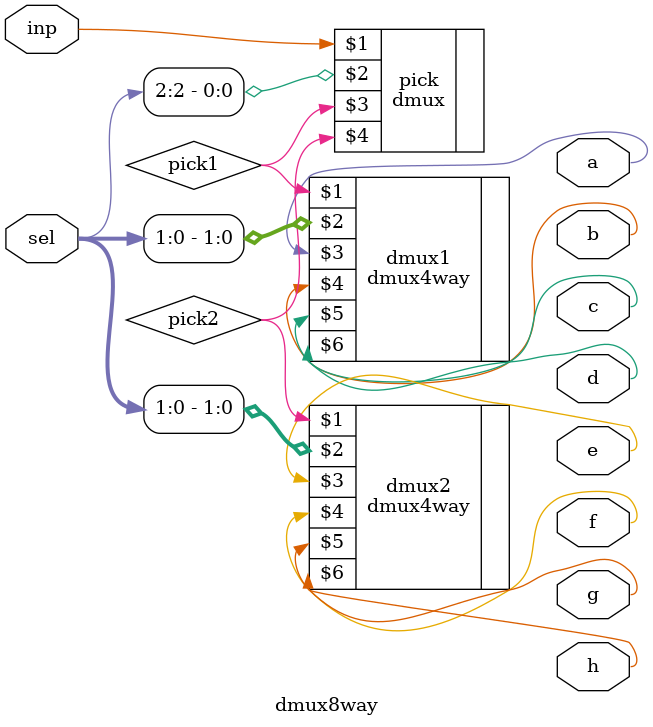
<source format=v>
`include "dmux4way.v"
module dmux8way (
    inp,
    sel,
    a, b, c, d, e, f, g, h
);

input inp;
input [2:0] sel;
output a, b, c, d, e, f, g, h;

wire pick1, pick2;

dmux pick(inp, sel[2], pick1, pick2);
dmux4way dmux1(pick1, sel[1:0], a, b, c, d);
dmux4way dmux2(pick2, sel[1:0], e, f, g, h);

endmodule

</source>
